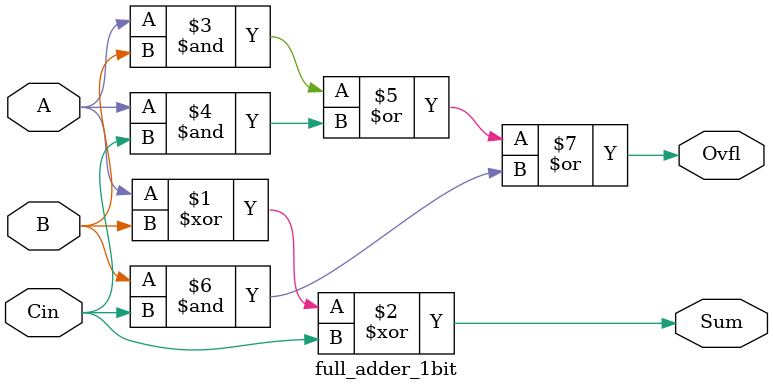
<source format=v>
module full_adder_1bit(Sum, Ovfl, A, B, Cin);

////////////////////////////////////////////////|
// 1 bit full adder implementation with overflow|
// By: Parker Schroeder                         |
////////////////////////////////////////////////|

input wire A,B;     // Input values
input wire Cin;     // Carry in value
output wire Sum;    // sum output
output wire Ovfl;   // to indicate overflow

assign Sum = (A ^ B) ^ Cin;
assign Ovfl = ((A & B) | (A & Cin)) | (B & Cin);

endmodule

</source>
